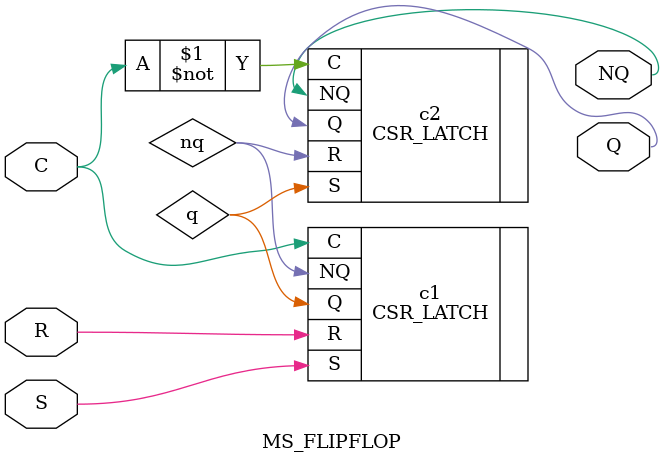
<source format=v>
`timescale 1ns / 1ps
module MS_FLIPFLOP(
	input S,C,R,
	output Q,NQ
    );
	wire q,nq;
	CSR_LATCH c1(.S(S),.C(C),.R(R),.Q(q),.NQ(nq)),c2(.S(q),.C(~C),.R(nq),.Q(Q),.NQ(NQ));
endmodule

</source>
